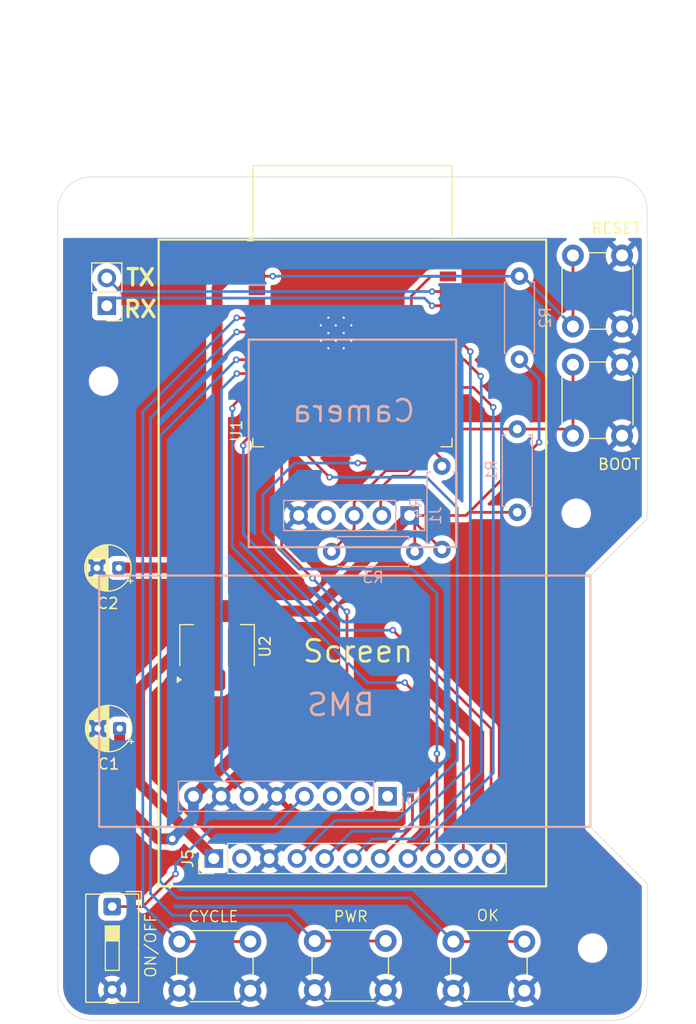
<source format=kicad_pcb>
(kicad_pcb (version 20241229) (generator "pcbnew") (generator_version "9.0")
  (title_block (title "IRview") (date "2025-07-24") (rev "2"))
  (layers (0 "F.Cu" signal) (2 "B.Cu" signal) (13 "F.Paste" user) (15 "B.Paste" user) (5 "F.SilkS" user "F.Silkscreen") (7 "B.SilkS" user "B.Silkscreen") (1 "F.Mask" user) (3 "B.Mask" user) (25 "Edge.Cuts" user))
  (net 0 "")
  (net 1 "GND")
  (net 2 "+3.3V")
  (net 3 "SCL")
  (net 4 "SDA")
  (net 6 "EN")
  (net 7 "LBO")
  (net 8 "+5V")
  (net 9 "Vs")
  (net 10 "USB")
  (net 11 "Bat")
  (net 12 "Net-(J4-Pin_1)")
  (net 13 "Net-(J4-Pin_2)")
  (net 14 "RST")
  (net 15 "CS")
  (net 16 "MOSI")
  (net 17 "MISO")
  (net 18 "D{slash}C")
  (net 19 "BL")
  (net 20 "SDCS")
  (net 21 "SCK")
  (net 23 "Net-(U1-IO0)")
  (net 24 "Net-(U1-EN)")
  (net 25 "BT1")
  (net 26 "BT2")
  (net 27 "BT3")
  (footprint "Button_Switch_THT:SW_DIP_SPSTx01_Slide_9.78x4.72mm_W7.62mm_P2.54mm" (layer "F.Cu") (at 73.2 118.1 -90)
    (property "Reference" "SW6" (hide yes))
    (property "Value" "SW_Push")
    (pad "1" thru_hole roundrect (at 0 0 270) (size 1.6 1.6) (drill 0.8) (layers "*.Cu" "*.Mask") (roundrect_rratio 0.15625) (net 6 "EN"))
    (pad "2" thru_hole circle (at 7.62 0 270) (size 1.6 1.6) (drill 0.8) (layers "*.Cu" "*.Mask") (net 1 "GND"))
  )
  (footprint "Connector_PinHeader_2.54mm:PinHeader_1x02_P2.54mm_Vertical" (layer "F.Cu") (at 72.7 63.1 180)
    (property "Reference" "J4" (hide yes))
    (property "Value" "Conn_01x02_Pin")
    (pad "1" thru_hole rect (at 0 0 180) (size 1.7 1.7) (drill 1) (layers "*.Cu" "*.Mask") (net 12 "Net-(J4-Pin_1)"))
    (pad "2" thru_hole circle (at 0 2.54 180) (size 1.7 1.7) (drill 1) (layers "*.Cu" "*.Mask") (net 13 "Net-(J4-Pin_2)"))
  )
  (footprint "Capacitor_THT:CP_Radial_D4.0mm_P2.00mm" (layer "F.Cu") (at 73.8726 101.8 180)
    (property "Reference" "C1" (at 1 -3.25 0) (layer "F.SilkS"))
    (property "Value" "10uf")
    (pad "1" thru_hole roundrect (at 0 0 180) (size 1.2 1.2) (drill 0.6) (layers "*.Cu" "*.Mask") (roundrect_rratio 0.208333) (net 8 "+5V"))
    (pad "2" thru_hole circle (at 2 0 180) (size 1.2 1.2) (drill 0.6) (layers "*.Cu" "*.Mask") (net 1 "GND"))
  )
  (footprint "Capacitor_THT:CP_Radial_D4.0mm_P2.00mm" (layer "F.Cu") (at 73.8 87.1 180)
    (property "Reference" "C2" (at 1 -3.25 0) (layer "F.SilkS"))
    (property "Value" "10uF")
    (pad "1" thru_hole roundrect (at 0 0 180) (size 1.2 1.2) (drill 0.6) (layers "*.Cu" "*.Mask") (roundrect_rratio 0.208333) (net 2 "+3.3V"))
    (pad "2" thru_hole circle (at 2 0 180) (size 1.2 1.2) (drill 0.6) (layers "*.Cu" "*.Mask") (net 1 "GND"))
  )
  (footprint "Button_Switch_THT:SW_PUSH_6mm" (layer "F.Cu") (at 104.45 121.3)
    (property "Reference" "SW1" (hide yes))
    (property "Value" "SW_Push")
    (pad "1" thru_hole circle (at 0 0 90) (size 2 2) (drill 1.1) (layers "*.Cu" "*.Mask") (net 25 "BT1"))
    (pad "1" thru_hole circle (at 6.5 0 90) (size 2 2) (drill 1.1) (layers "*.Cu" "*.Mask") (net 25 "BT1"))
    (pad "2" thru_hole circle (at 0 4.5 90) (size 2 2) (drill 1.1) (layers "*.Cu" "*.Mask") (net 1 "GND"))
    (pad "2" thru_hole circle (at 6.5 4.5 90) (size 2 2) (drill 1.1) (layers "*.Cu" "*.Mask") (net 1 "GND"))
  )
  (footprint "Button_Switch_THT:SW_PUSH_6mm" (layer "F.Cu") (at 91.75 121.25)
    (property "Reference" "SW2" (hide yes))
    (property "Value" "SW_Push")
    (pad "1" thru_hole circle (at 0 0 90) (size 2 2) (drill 1.1) (layers "*.Cu" "*.Mask") (net 26 "BT2"))
    (pad "1" thru_hole circle (at 6.5 0 90) (size 2 2) (drill 1.1) (layers "*.Cu" "*.Mask") (net 26 "BT2"))
    (pad "2" thru_hole circle (at 0 4.5 90) (size 2 2) (drill 1.1) (layers "*.Cu" "*.Mask") (net 1 "GND"))
    (pad "2" thru_hole circle (at 6.5 4.5 90) (size 2 2) (drill 1.1) (layers "*.Cu" "*.Mask") (net 1 "GND"))
  )
  (footprint "Button_Switch_THT:SW_PUSH_6mm" (layer "F.Cu") (at 79.35 121.3)
    (property "Reference" "SW3" (hide yes))
    (property "Value" "SW_Push")
    (pad "1" thru_hole circle (at 0 0 90) (size 2 2) (drill 1.1) (layers "*.Cu" "*.Mask") (net 27 "BT3"))
    (pad "1" thru_hole circle (at 6.5 0 90) (size 2 2) (drill 1.1) (layers "*.Cu" "*.Mask") (net 27 "BT3"))
    (pad "2" thru_hole circle (at 0 4.5 90) (size 2 2) (drill 1.1) (layers "*.Cu" "*.Mask") (net 1 "GND"))
    (pad "2" thru_hole circle (at 6.5 4.5 90) (size 2 2) (drill 1.1) (layers "*.Cu" "*.Mask") (net 1 "GND"))
  )
  (footprint "MountingHole:MountingHole_2.2mm_M2" (layer "F.Cu") (at 72.4 70)
    (property "Reference" "REF**" (hide yes))
    (property "Value" "MountingHole_2.2mm_M2")
    (pad "" np_thru_hole circle (at 0 0) (size 2.2 2.2) (drill 2.2) (layers "*.Cu" "*.Mask"))
  )
  (footprint "Package_TO_SOT_SMD:SOT-223-3_TabPin2" (layer "F.Cu") (at 82.8 94.2 90)
    (property "Reference" "U2" (at -0.1 4.4 90) (layer "F.SilkS"))
    (property "Value" "AMS1117-3.3")
    (pad "1" smd roundrect (at -3.15 -2.3 90) (size 2 1.5) (layers "F.Cu" "F.Mask" "F.Paste") (net 1 "GND"))
    (pad "2" smd roundrect (at -3.15 0 90) (size 2 1.5) (layers "F.Cu" "F.Mask" "F.Paste") (net 2 "+3.3V"))
    (pad "2" smd roundrect (at 3.15 0 90) (size 2 3.8) (layers "F.Cu" "F.Mask" "F.Paste") (net 2 "+3.3V"))
    (pad "3" smd roundrect (at -3.15 2.3 90) (size 2 1.5) (layers "F.Cu" "F.Mask" "F.Paste") (net 8 "+5V"))
  )
  (footprint "MountingHole:MountingHole_2.2mm_M2" (layer "F.Cu") (at 72.5 113.8)
    (property "Reference" "REF**" (hide yes))
    (property "Value" "MountingHole_2.2mm_M2")
    (pad "" np_thru_hole circle (at 0 0) (size 2.2 2.2) (drill 2.2) (layers "*.Cu" "*.Mask"))
  )
  (footprint "RF_Module:ESP32-WROOM-32D" (layer "F.Cu") (at 95.2 66.13)
    (property "Reference" "U1" (at -10.61 8.43 90) (layer "F.SilkS"))
    (property "Value" "ESP32-WROOM-32E-R2")
    (pad "1" smd rect (at -8.75 -8.25) (size 1.5 0.9) (layers "F.Cu" "F.Mask" "F.Paste") (net 1 "GND"))
    (pad "2" smd rect (at -8.75 -6.98) (size 1.5 0.9) (layers "F.Cu" "F.Mask" "F.Paste") (net 2 "+3.3V"))
    (pad "3" smd rect (at -8.75 -5.71) (size 1.5 0.9) (layers "F.Cu" "F.Mask" "F.Paste") (net 24 "Net-(U1-EN)"))
    (pad "4" smd rect (at -8.75 -4.44) (size 1.5 0.9) (layers "F.Cu" "F.Mask" "F.Paste"))
    (pad "5" smd rect (at -8.75 -3.17) (size 1.5 0.9) (layers "F.Cu" "F.Mask" "F.Paste"))
    (pad "6" smd rect (at -8.75 -1.9) (size 1.5 0.9) (layers "F.Cu" "F.Mask" "F.Paste") (net 27 "BT3"))
    (pad "7" smd rect (at -8.75 -0.63) (size 1.5 0.9) (layers "F.Cu" "F.Mask" "F.Paste") (net 26 "BT2"))
    (pad "8" smd rect (at -8.75 0.64) (size 1.5 0.9) (layers "F.Cu" "F.Mask" "F.Paste"))
    (pad "9" smd rect (at -8.75 1.91) (size 1.5 0.9) (layers "F.Cu" "F.Mask" "F.Paste") (net 25 "BT1"))
    (pad "10" smd rect (at -8.75 3.18) (size 1.5 0.9) (layers "F.Cu" "F.Mask" "F.Paste") (net 7 "LBO"))
    (pad "11" smd rect (at -8.75 4.45) (size 1.5 0.9) (layers "F.Cu" "F.Mask" "F.Paste") (net 20 "SDCS"))
    (pad "12" smd rect (at -8.75 5.72) (size 1.5 0.9) (layers "F.Cu" "F.Mask" "F.Paste"))
    (pad "13" smd rect (at -8.75 6.99) (size 1.5 0.9) (layers "F.Cu" "F.Mask" "F.Paste") (net 15 "CS"))
    (pad "14" smd rect (at -8.75 8.26) (size 1.5 0.9) (layers "F.Cu" "F.Mask" "F.Paste") (net 19 "BL"))
    (pad "15" smd rect (at -5.71 9.51 90) (size 1.5 0.9) (layers "F.Cu" "F.Mask" "F.Paste") (net 1 "GND"))
    (pad "16" smd rect (at -4.44 9.51 90) (size 1.5 0.9) (layers "F.Cu" "F.Mask" "F.Paste") (net 21 "SCK"))
    (pad "17" smd rect (at -3.17 9.51 90) (size 1.5 0.9) (layers "F.Cu" "F.Mask" "F.Paste"))
    (pad "18" smd rect (at -1.9 9.51 90) (size 1.5 0.9) (layers "F.Cu" "F.Mask" "F.Paste"))
    (pad "19" smd rect (at -0.63 9.51 90) (size 1.5 0.9) (layers "F.Cu" "F.Mask" "F.Paste"))
    (pad "20" smd rect (at 0.64 9.51 90) (size 1.5 0.9) (layers "F.Cu" "F.Mask" "F.Paste"))
    (pad "21" smd rect (at 1.91 9.51 90) (size 1.5 0.9) (layers "F.Cu" "F.Mask" "F.Paste"))
    (pad "22" smd rect (at 3.18 9.51 90) (size 1.5 0.9) (layers "F.Cu" "F.Mask" "F.Paste"))
    (pad "23" smd rect (at 4.45 9.51 90) (size 1.5 0.9) (layers "F.Cu" "F.Mask" "F.Paste") (net 18 "D{slash}C"))
    (pad "24" smd rect (at 5.72 9.51 90) (size 1.5 0.9) (layers "F.Cu" "F.Mask" "F.Paste"))
    (pad "25" smd rect (at 8.75 8.26) (size 1.5 0.9) (layers "F.Cu" "F.Mask" "F.Paste") (net 23 "Net-(U1-IO0)"))
    (pad "26" smd rect (at 8.75 6.99) (size 1.5 0.9) (layers "F.Cu" "F.Mask" "F.Paste"))
    (pad "27" smd rect (at 8.75 5.72) (size 1.5 0.9) (layers "F.Cu" "F.Mask" "F.Paste"))
    (pad "28" smd rect (at 8.75 4.45) (size 1.5 0.9) (layers "F.Cu" "F.Mask" "F.Paste") (net 14 "RST"))
    (pad "29" smd rect (at 8.75 3.18) (size 1.5 0.9) (layers "F.Cu" "F.Mask" "F.Paste"))
    (pad "30" smd rect (at 8.75 1.91) (size 1.5 0.9) (layers "F.Cu" "F.Mask" "F.Paste") (net 16 "MOSI"))
    (pad "31" smd rect (at 8.75 0.64) (size 1.5 0.9) (layers "F.Cu" "F.Mask" "F.Paste") (net 17 "MISO"))
    (pad "32" smd rect (at 8.75 -0.63) (size 1.5 0.9) (layers "F.Cu" "F.Mask" "F.Paste"))
    (pad "33" smd rect (at 8.75 -1.9) (size 1.5 0.9) (layers "F.Cu" "F.Mask" "F.Paste") (net 4 "SDA"))
    (pad "34" smd rect (at 8.75 -3.17) (size 1.5 0.9) (layers "F.Cu" "F.Mask" "F.Paste") (net 12 "Net-(J4-Pin_1)"))
    (pad "35" smd rect (at 8.75 -4.44) (size 1.5 0.9) (layers "F.Cu" "F.Mask" "F.Paste") (net 13 "Net-(J4-Pin_2)"))
    (pad "36" smd rect (at 8.75 -5.71) (size 1.5 0.9) (layers "F.Cu" "F.Mask" "F.Paste") (net 3 "SCL"))
    (pad "37" smd rect (at 8.75 -6.98) (size 1.5 0.9) (layers "F.Cu" "F.Mask" "F.Paste"))
    (pad "38" smd rect (at 8.75 -8.25) (size 1.5 0.9) (layers "F.Cu" "F.Mask" "F.Paste") (net 1 "GND"))
    (pad "39" smd rect (at -2.9 -1.93) (size 0.9 0.9) (layers "F.Cu" "F.Paste") (net 1 "GND"))
    (pad "39" thru_hole circle (at -2.9 -1.23) (size 0.6 0.6) (drill 0.2) (property pad_prop_heatsink) (layers "*.Cu" "F.Mask") (net 1 "GND"))
    (pad "39" smd rect (at -2.9 -0.53) (size 0.9 0.9) (layers "F.Cu" "F.Paste") (net 1 "GND"))
    (pad "39" thru_hole circle (at -2.9 0.17) (size 0.6 0.6) (drill 0.2) (property pad_prop_heatsink) (layers "*.Cu" "F.Mask") (net 1 "GND"))
    (pad "39" smd rect (at -2.9 0.87) (size 0.9 0.9) (layers "F.Cu" "F.Paste") (net 1 "GND"))
    (pad "39" thru_hole circle (at -2.2 -1.93) (size 0.6 0.6) (drill 0.2) (property pad_prop_heatsink) (layers "*.Cu" "F.Mask") (net 1 "GND"))
    (pad "39" thru_hole circle (at -2.2 -0.53) (size 0.6 0.6) (drill 0.2) (property pad_prop_heatsink) (layers "*.Cu" "F.Mask") (net 1 "GND"))
    (pad "39" thru_hole circle (at -2.2 0.87) (size 0.6 0.6) (drill 0.2) (property pad_prop_heatsink) (layers "*.Cu" "F.Mask") (net 1 "GND"))
    (pad "39" thru_hole circle (at -1.525 -1.23) (size 0.6 0.6) (drill 0.2) (property pad_prop_heatsink) (layers "*.Cu" "F.Mask") (net 1 "GND"))
    (pad "39" thru_hole circle (at -1.525 0.17) (size 0.6 0.6) (drill 0.2) (property pad_prop_heatsink) (layers "*.Cu" "F.Mask") (net 1 "GND"))
    (pad "39" smd rect (at -1.5 -1.93) (size 0.9 0.9) (layers "F.Cu" "F.Paste") (net 1 "GND"))
    (pad "39" smd rect (at -1.5 -0.53) (size 0.9 0.9) (layers "F.Cu" "F.Paste") (net 1 "GND"))
    (pad "39" smd rect (at -1.5 -0.53) (size 3.8 3.8) (property pad_prop_heatsink) (layers "F.Cu" "F.Mask") (net 1 "GND"))
    (pad "39" smd rect (at -1.5 0.87) (size 0.9 0.9) (layers "F.Cu" "F.Paste") (net 1 "GND"))
    (pad "39" thru_hole circle (at -0.8 -1.93) (size 0.6 0.6) (drill 0.2) (property pad_prop_heatsink) (layers "*.Cu" "F.Mask") (net 1 "GND"))
    (pad "39" thru_hole circle (at -0.8 -0.53) (size 0.6 0.6) (drill 0.2) (property pad_prop_heatsink) (layers "*.Cu" "F.Mask") (net 1 "GND"))
    (pad "39" thru_hole circle (at -0.8 0.87) (size 0.6 0.6) (drill 0.2) (property pad_prop_heatsink) (layers "*.Cu" "F.Mask") (net 1 "GND"))
    (pad "39" smd rect (at -0.1 -1.93) (size 0.9 0.9) (layers "F.Cu" "F.Paste") (net 1 "GND"))
    (pad "39" thru_hole circle (at -0.1 -1.23) (size 0.6 0.6) (drill 0.2) (property pad_prop_heatsink) (layers "*.Cu" "F.Mask") (net 1 "GND"))
    (pad "39" smd rect (at -0.1 -0.53) (size 0.9 0.9) (layers "F.Cu" "F.Paste") (net 1 "GND"))
    (pad "39" thru_hole circle (at -0.1 0.17) (size 0.6 0.6) (drill 0.2) (property pad_prop_heatsink) (layers "*.Cu" "F.Mask") (net 1 "GND"))
    (pad "39" smd rect (at -0.1 0.87) (size 0.9 0.9) (layers "F.Cu" "F.Paste") (net 1 "GND"))
    (zone (net 0) (net_name "") (layers "F.Cu" "B.Cu") (connect_pads (clearance 0)) (min_thickness 0.254)
      (keepout (tracks not_allowed) (vias not_allowed) (pads not_allowed) (copperpour not_allowed) (footprints not_allowed))
      (fill (thermal_gap 0.508) (thermal_bridge_width 0.508))
      (polygon (pts (xy 71.2 56.58) (xy 119.2 56.58) (xy 119.2 35.39) (xy 71.2 35.39)))
    )
  )
  (footprint "MountingHole:MountingHole_2.2mm_M2" (layer "F.Cu") (at 117.2 121.9)
    (property "Reference" "REF**" (hide yes))
    (property "Value" "MountingHole_2.2mm_M2")
    (pad "" np_thru_hole circle (at 0 0) (size 2.2 2.2) (drill 2.2) (layers "*.Cu" "*.Mask"))
  )
  (footprint "Button_Switch_THT:SW_PUSH_6mm_H4.3mm" (layer "F.Cu") (at 119.9 58.5 -90)
    (property "Reference" "SW5" (hide yes))
    (property "Value" "SW_Push")
    (pad "1" thru_hole circle (at 0 0) (size 2 2) (drill 1.1) (layers "*.Cu" "*.Mask") (net 1 "GND"))
    (pad "1" thru_hole circle (at 6.5 0) (size 2 2) (drill 1.1) (layers "*.Cu" "*.Mask") (net 1 "GND"))
    (pad "2" thru_hole circle (at 0 4.5) (size 2 2) (drill 1.1) (layers "*.Cu" "*.Mask") (net 24 "Net-(U1-EN)"))
    (pad "2" thru_hole circle (at 6.5 4.5) (size 2 2) (drill 1.1) (layers "*.Cu" "*.Mask") (net 24 "Net-(U1-EN)"))
  )
  (footprint "MountingHole:MountingHole_2.2mm_M2" (layer "F.Cu") (at 115.7 82.1)
    (property "Reference" "REF**" (hide yes))
    (property "Value" "MountingHole_2.2mm_M2")
    (pad "" np_thru_hole circle (at 0 0) (size 2.2 2.2) (drill 2.2) (layers "*.Cu" "*.Mask"))
  )
  (footprint "Connector_PinHeader_2.54mm:PinHeader_1x11_P2.54mm_Vertical" (layer "F.Cu") (at 82.5 113.7 90)
    (property "Reference" "J5" (at 0 -2.38 90) (layer "F.SilkS"))
    (property "Value" "Conn_01x11_Pin")
    (pad "1" thru_hole rect (at 0 0 90) (size 1.7 1.7) (drill 1) (layers "*.Cu" "*.Mask") (net 2 "+3.3V"))
    (pad "2" thru_hole circle (at 0 2.54 90) (size 1.7 1.7) (drill 1) (layers "*.Cu" "*.Mask"))
    (pad "3" thru_hole circle (at 0 5.08 90) (size 1.7 1.7) (drill 1) (layers "*.Cu" "*.Mask") (net 1 "GND"))
    (pad "4" thru_hole circle (at 0 7.62 90) (size 1.7 1.7) (drill 1) (layers "*.Cu" "*.Mask") (net 21 "SCK"))
    (pad "5" thru_hole circle (at 0 10.16 90) (size 1.7 1.7) (drill 1) (layers "*.Cu" "*.Mask") (net 17 "MISO"))
    (pad "6" thru_hole circle (at 0 12.7 90) (size 1.7 1.7) (drill 1) (layers "*.Cu" "*.Mask") (net 16 "MOSI"))
    (pad "7" thru_hole circle (at 0 15.24 90) (size 1.7 1.7) (drill 1) (layers "*.Cu" "*.Mask") (net 15 "CS"))
    (pad "8" thru_hole circle (at 0 17.78 90) (size 1.7 1.7) (drill 1) (layers "*.Cu" "*.Mask") (net 14 "RST"))
    (pad "9" thru_hole circle (at 0 20.32 90) (size 1.7 1.7) (drill 1) (layers "*.Cu" "*.Mask") (net 18 "D{slash}C"))
    (pad "10" thru_hole circle (at 0 22.86 90) (size 1.7 1.7) (drill 1) (layers "*.Cu" "*.Mask") (net 20 "SDCS"))
    (pad "11" thru_hole circle (at 0 25.4 90) (size 1.7 1.7) (drill 1) (layers "*.Cu" "*.Mask") (net 19 "BL"))
  )
  (footprint "Button_Switch_THT:SW_PUSH_6mm_H4.3mm" (layer "F.Cu") (at 115.4 75 90)
    (property "Reference" "SW4" (hide yes))
    (property "Value" "SW_Push")
    (pad "1" thru_hole circle (at 0 0 180) (size 2 2) (drill 1.1) (layers "*.Cu" "*.Mask") (net 23 "Net-(U1-IO0)"))
    (pad "1" thru_hole circle (at 6.5 0 180) (size 2 2) (drill 1.1) (layers "*.Cu" "*.Mask") (net 23 "Net-(U1-IO0)"))
    (pad "2" thru_hole circle (at 0 4.5 180) (size 2 2) (drill 1.1) (layers "*.Cu" "*.Mask") (net 1 "GND"))
    (pad "2" thru_hole circle (at 6.5 4.5 180) (size 2 2) (drill 1.1) (layers "*.Cu" "*.Mask") (net 1 "GND"))
  )
  (footprint "Resistor_THT:R_Axial_DIN0207_L6.3mm_D2.5mm_P7.62mm_Horizontal" (layer "B.Cu") (at 110.5 68.01 90)
    (property "Reference" "R2" (at 3.81 2.37 90) (layer "B.SilkS") (effects (justify mirror)))
    (property "Value" "10k")
    (pad "1" thru_hole circle (at 0 0 90) (size 1.6 1.6) (drill 0.8) (layers "*.Cu" "*.Mask") (net 2 "+3.3V"))
    (pad "2" thru_hole circle (at 7.62 0 90) (size 1.6 1.6) (drill 0.8) (layers "*.Cu" "*.Mask") (net 24 "Net-(U1-EN)"))
  )
  (footprint "Resistor_THT:R_Axial_DIN0207_L6.3mm_D2.5mm_P7.62mm_Horizontal" (layer "B.Cu") (at 110.3 74.39 -90)
    (property "Reference" "R1" (at 3.81 2.37 90) (layer "B.SilkS") (effects (justify mirror)))
    (property "Value" "10k")
    (pad "1" thru_hole circle (at 0 0 270) (size 1.6 1.6) (drill 0.8) (layers "*.Cu" "*.Mask") (net 23 "Net-(U1-IO0)"))
    (pad "2" thru_hole circle (at 7.62 0 270) (size 1.6 1.6) (drill 0.8) (layers "*.Cu" "*.Mask") (net 2 "+3.3V"))
  )
  (footprint "Resistor_THT:R_Axial_DIN0207_L6.3mm_D2.5mm_P7.62mm_Horizontal" (layer "B.Cu") (at 103.4 77.79 -90)
    (property "Reference" "R4" (at 3.81 2.37 90) (layer "B.SilkS") (effects (justify mirror)))
    (property "Value" "4.7k")
    (pad "1" thru_hole circle (at 0 0 270) (size 1.6 1.6) (drill 0.8) (layers "*.Cu" "*.Mask") (net 4 "SDA"))
    (pad "2" thru_hole circle (at 7.62 0 270) (size 1.6 1.6) (drill 0.8) (layers "*.Cu" "*.Mask") (net 2 "+3.3V"))
  )
  (footprint "Connector_PinHeader_2.54mm:PinHeader_1x05_P2.54mm_Vertical" (layer "B.Cu") (at 100.44 82.3 90)
    (property "Reference" "J1" (at 0 2.38 90) (layer "B.SilkS") (effects (justify mirror)))
    (property "Value" "Conn_01x05_Pin")
    (pad "1" thru_hole rect (at 0 0 90) (size 1.7 1.7) (drill 1) (layers "*.Cu" "*.Mask") (net 2 "+3.3V"))
    (pad "2" thru_hole circle (at 0 -2.54 90) (size 1.7 1.7) (drill 1) (layers "*.Cu" "*.Mask") (net 4 "SDA"))
    (pad "3" thru_hole circle (at 0 -5.08 90) (size 1.7 1.7) (drill 1) (layers "*.Cu" "*.Mask") (net 3 "SCL"))
    (pad "4" thru_hole circle (at 0 -7.62 90) (size 1.7 1.7) (drill 1) (layers "*.Cu" "*.Mask"))
    (pad "5" thru_hole circle (at 0 -10.16 90) (size 1.7 1.7) (drill 1) (layers "*.Cu" "*.Mask") (net 1 "GND"))
  )
  (footprint "Connector_PinHeader_2.54mm:PinHeader_1x08_P2.54mm_Vertical" (layer "B.Cu") (at 98.42 108 90)
    (property "Reference" "J2" (at 0 2.38 90) (layer "B.SilkS") (effects (justify mirror)))
    (property "Value" "Conn_01x08_Pin")
    (pad "1" thru_hole rect (at 0 0 90) (size 1.7 1.7) (drill 1) (layers "*.Cu" "*.Mask") (net 10 "USB"))
    (pad "2" thru_hole circle (at 0 -2.54 90) (size 1.7 1.7) (drill 1) (layers "*.Cu" "*.Mask") (net 11 "Bat"))
    (pad "3" thru_hole circle (at 0 -5.08 90) (size 1.7 1.7) (drill 1) (layers "*.Cu" "*.Mask") (net 9 "Vs"))
    (pad "4" thru_hole circle (at 0 -7.62 90) (size 1.7 1.7) (drill 1) (layers "*.Cu" "*.Mask") (net 6 "EN"))
    (pad "5" thru_hole circle (at 0 -10.16 90) (size 1.7 1.7) (drill 1) (layers "*.Cu" "*.Mask") (net 1 "GND"))
    (pad "6" thru_hole circle (at 0 -12.7 90) (size 1.7 1.7) (drill 1) (layers "*.Cu" "*.Mask") (net 7 "LBO"))
    (pad "7" thru_hole circle (at 0 -15.24 90) (size 1.7 1.7) (drill 1) (layers "*.Cu" "*.Mask") (net 1 "GND"))
    (pad "8" thru_hole circle (at 0 -17.78 90) (size 1.7 1.7) (drill 1) (layers "*.Cu" "*.Mask") (net 8 "+5V"))
  )
  (footprint "Resistor_THT:R_Axial_DIN0207_L6.3mm_D2.5mm_P7.62mm_Horizontal" (layer "B.Cu") (at 93.29 85.6)
    (property "Reference" "R3" (at 3.81 2.37 0) (layer "B.SilkS") (effects (justify mirror)))
    (property "Value" "4.7k")
    (pad "1" thru_hole circle (at 0 0) (size 1.6 1.6) (drill 0.8) (layers "*.Cu" "*.Mask") (net 3 "SCL"))
    (pad "2" thru_hole circle (at 7.62 0) (size 1.6 1.6) (drill 0.8) (layers "*.Cu" "*.Mask") (net 2 "+3.3V"))
  )
  (gr_rect (start 77.45 57.05) (end 112.95 116.25) (stroke (width 0.2)) (fill no) (layer "F.SilkS"))
  (gr_rect (start 85.7 66.2) (end 104.7 85.2) (stroke (width 0.2)) (fill no) (layer "B.SilkS"))
  (gr_rect (start 72 87.8) (end 117 110.8) (stroke (width 0.2)) (fill no) (layer "B.SilkS"))
  (gr_line (start 119.1 128.5) (end 71.3 128.5) (stroke (width 0.05)) (layer "Edge.Cuts"))
  (gr_arc (start 68.2 54.4) (mid 69.107969 52.207969) (end 71.3 51.3) (stroke (width 0.05)) (layer "Edge.Cuts"))
  (gr_line (start 117 87.8) (end 122.2 82.6) (stroke (width 0.05)) (layer "Edge.Cuts"))
  (gr_line (start 68.2 125.4) (end 68.2 54.4) (stroke (width 0.05)) (layer "Edge.Cuts"))
  (gr_line (start 117 110.8) (end 117 87.8) (stroke (width 0.05)) (layer "Edge.Cuts"))
  (gr_line (start 71.3 51.3) (end 119.1 51.3) (stroke (width 0.05)) (layer "Edge.Cuts"))
  (gr_arc (start 122.2 125.4) (mid 121.292031 127.592031) (end 119.1 128.5) (stroke (width 0.05)) (layer "Edge.Cuts"))
  (gr_line (start 122.2 82.6) (end 122.2 78.8) (stroke (width 0.05)) (layer "Edge.Cuts"))
  (gr_arc (start 119.1 51.3) (mid 121.292031 52.207969) (end 122.2 54.4) (stroke (width 0.05)) (layer "Edge.Cuts"))
  (gr_line (start 122.2 116) (end 122.2 125.4) (stroke (width 0.05)) (layer "Edge.Cuts"))
  (gr_line (start 117 110.8) (end 122.2 116) (stroke (width 0.05)) (layer "Edge.Cuts"))
  (gr_line (start 122.2 54.4) (end 122.2 78.8) (stroke (width 0.05)) (layer "Edge.Cuts"))
  (gr_arc (start 71.3 128.5) (mid 69.107969 127.592031) (end 68.2 125.4) (stroke (width 0.05)) (layer "Edge.Cuts"))
  (gr_text "Screen" (at 90.5 95.9 0) (layer "F.SilkS") (effects (font (size 2 2) (thickness 0.25)) (justify left bottom)))
  (gr_text "PWR" (at 93.4 119.6 0) (layer "F.SilkS") (effects (font (size 1 1) (thickness 0.125)) (justify left bottom)))
  (gr_text "ON/OFF" (at 77.3 124.7 90) (layer "F.SilkS") (effects (font (size 1 1) (thickness 0.125)) (justify left bottom)))
  (gr_text "RX" (at 74.1 64.3 0) (layer "F.SilkS") (effects (font (size 1.5 1.5) (thickness 0.3) (bold yes)) (justify left bottom)))
  (gr_text "OK" (at 106.5 119.5 0) (layer "F.SilkS") (effects (font (size 1 1) (thickness 0.125)) (justify left bottom)))
  (gr_text "CYCLE" (at 80.1 119.6 0) (layer "F.SilkS") (effects (font (size 1 1) (thickness 0.125)) (justify left bottom)))
  (gr_text "TX" (at 74.3 61.4 0) (layer "F.SilkS") (effects (font (size 1.5 1.5) (thickness 0.3) (bold yes)) (justify left bottom)))
  (gr_text "BOOT" (at 117.6 78.2 0) (layer "F.SilkS") (effects (font (size 1 1)) (justify left bottom)))
  (gr_text "RESET" (at 117 56.6 0) (layer "F.SilkS") (effects (font (size 1 1)) (justify left bottom)))
  (gr_text "BMS" (at 97.4 100.8 -0) (layer "B.SilkS") (effects (font (size 2 2) (thickness 0.25)) (justify left bottom mirror)))
  (gr_text "Camera" (at 101.1 73.9 -0) (layer "B.SilkS") (effects (font (size 2 2) (thickness 0.25)) (justify left bottom mirror)))
  (segment (start 85.118 59.15) (end 86.45 59.15) (width 1) (layer "F.Cu") (net 2))
  (segment (start 100.91 85.6) (end 100.91 82.77) (width 0.25) (layer "F.Cu") (net 2))
  (segment (start 77.1 96.75) (end 77.1 96.8726) (width 1) (layer "F.Cu") (net 2))
  (segment (start 110.3 82.01) (end 105.89 82.01) (width 0.25) (layer "F.Cu") (net 2))
  (segment (start 105.6 82.3) (end 105.65 82.25) (width 0.25) (layer "F.Cu") (net 2))
  (segment (start 82.8 91.05) (end 82.8 88.9) (width 1) (layer "F.Cu") (net 2))
  (segment (start 75.7 98.15) (end 77.1 96.75) (width 1) (layer "F.Cu") (net 2))
  (segment (start 97.84 84.9) (end 100.44 82.3) (width 0.25) (layer "F.Cu") (net 2))
  (segment (start 104.9 82.3) (end 105.6 82.3) (width 0.25) (layer "F.Cu") (net 2))
  (segment (start 100.44 82.45) (end 103.4 85.41) (width 0.25) (layer "F.Cu") (net 2))
  (segment (start 91.69 91.05) (end 100.44 82.3) (width 1) (layer "F.Cu") (net 2))
  (segment (start 82.8 61.468) (end 85.118 59.15) (width 1) (layer "F.Cu") (net 2))
  (segment (start 100.44 82.3) (end 104.9 82.3) (width 0.25) (layer "F.Cu") (net 2))
  (segment (start 105.89 82.01) (end 105.65 82.25) (width 0.25) (layer "F.Cu") (net 2))
  (segment (start 73.8 87.1) (end 81 87.1) (width 1) (layer "F.Cu") (net 2))
  (segment (start 82.8 91.05) (end 82.8 97.35) (width 1) (layer "F.Cu") (net 2))
  (segment (start 75.7 106.8) (end 75.7 98.15) (width 1) (layer "F.Cu") (net 2))
  (segment (start 77.1 96.75) (end 82.8 91.05) (width 1) (layer "F.Cu") (net 2))
  (segment (start 81 87.1) (end 82.8 88.9) (width 1) (layer "F.Cu") (net 2))
  (segment (start 82.5 113.6) (end 75.7 106.8) (width 1) (layer "F.Cu") (net 2))
  (segment (start 100.44 82.3) (end 100.44 82.45) (width 0.25) (layer "F.Cu") (net 2))
  (segment (start 82.8 91.05) (end 91.69 91.05) (width 1) (layer "F.Cu") (net 2))
  (segment (start 82.8 88.9) (end 82.8 61.468) (width 1) (layer "F.Cu") (net 2))
  (segment (start 82.5 113.7) (end 82.5 113.6) (width 1) (layer "F.Cu") (net 2))
  (segment (start 100.91 82.77) (end 100.44 82.3) (width 0.25) (layer "F.Cu") (net 2))
  (segment (start 105.65 82.25) (end 112.3 75.6) (width 0.25) (layer "F.Cu") (net 2))
  (via (at 112.3 75.6) (size 0.6) (drill 0.3) (layers "F.Cu" "B.Cu") (net 2))
  (segment (start 112.3 69.81) (end 110.5 68.01) (width 0.25) (layer "B.Cu") (net 2))
  (segment (start 112.2 75.5) (end 112.3 75.6) (width 0.25) (layer "B.Cu") (net 2))
  (segment (start 112.3 75.6) (end 112.3 69.81) (width 0.25) (layer "B.Cu") (net 2))
  (segment (start 95.36 83.53) (end 93.29 85.6) (width 0.25) (layer "F.Cu") (net 3))
  (segment (start 102.2 73.7) (end 102.2 76.212) (width 0.25) (layer "F.Cu") (net 3))
  (segment (start 100.6 62.2) (end 100.6 72.1) (width 0.25) (layer "F.Cu") (net 3))
  (segment (start 100.6 72.1) (end 102.2 73.7) (width 0.25) (layer "F.Cu") (net 3))
  (segment (start 95.36 82.3) (end 95.36 83.53) (width 0.25) (layer "F.Cu") (net 3))
  (segment (start 102.2 76.212) (end 100.212 78.2) (width 0.25) (layer "F.Cu") (net 3))
  (segment (start 100.6 62.2) (end 102.38 60.42) (width 0.25) (layer "F.Cu") (net 3))
  (segment (start 95.36 81.097919) (end 95.36 82.3) (width 0.25) (layer "F.Cu") (net 3))
  (segment (start 102.38 60.42) (end 103.95 60.42) (width 0.25) (layer "F.Cu") (net 3))
  (segment (start 98.257919 78.2) (end 95.36 81.097919) (width 0.25) (layer "F.Cu") (net 3))
  (segment (start 100.212 78.2) (end 98.257919 78.2) (width 0.25) (layer "F.Cu") (net 3))
  (segment (start 97.79 79.8) (end 98.89 78.7) (width 0.25) (layer "F.Cu") (net 4))
  (segment (start 100.34981 78.7) (end 102.651 76.39881) (width 0.25) (layer "F.Cu") (net 4))
  (segment (start 102.651 64.947) (end 103.368 64.23) (width 0.25) (layer "F.Cu") (net 4))
  (segment (start 102.651 76.39881) (end 102.651 64.947) (width 0.25) (layer "F.Cu") (net 4))
  (segment (start 103.4 77.14781) (end 102.651 76.39881) (width 0.25) (layer "F.Cu") (net 4))
  (segment (start 98.89 78.7) (end 100.34981 78.7) (width 0.25) (layer "F.Cu") (net 4))
  (segment (start 103.4 77.79) (end 103.4 77.14781) (width 0.25) (layer "F.Cu") (net 4))
  (segment (start 97.79 79.8) (end 97.79 82.19) (width 0.25) (layer "F.Cu") (net 4))
  (segment (start 79 115.1) (end 76 118.1) (width 0.25) (layer "F.Cu") (net 6))
  (segment (start 76 118.1) (end 73.2 118.1) (width 0.25) (layer "F.Cu") (net 6))
  (via (at 79 115.1) (size 0.6) (drill 0.3) (layers "F.Cu" "B.Cu") (net 6))
  (segment (start 79 114.2) (end 82.4 110.8) (width 0.25) (layer "B.Cu") (net 6))
  (segment (start 79 115.1) (end 79 114.2) (width 0.25) (layer "B.Cu") (net 6))
  (segment (start 82.4 110.8) (end 88 110.8) (width 0.25) (layer "B.Cu") (net 6))
  (segment (start 88 110.8) (end 90.8 108) (width 0.25) (layer "B.Cu") (net 6))
  (segment (start 84.61 69.31) (end 86.45 69.31) (width 0.25) (layer "F.Cu") (net 7))
  (via (at 84.61 69.31) (size 0.6) (drill 0.3) (layers "F.Cu" "B.Cu") (net 7))
  (segment (start 83.2 105.48) (end 85.72 108) (width 0.25) (layer "B.Cu") (net 7))
  (segment (start 83.2 70.72) (end 83.2 105.48) (width 0.25) (layer "B.Cu") (net 7))
  (segment (start 84.61 69.31) (end 83.2 70.72) (width 0.25) (layer "B.Cu") (net 7))
  (segment (start 77.4 111.9) (end 73.8726 108.3726) (width 1) (layer "F.Cu") (net 8))
  (segment (start 85.1 97.35) (end 85.1 99.3726) (width 1) (layer "F.Cu") (net 8))
  (segment (start 80.64 108) (end 85.1 103.54) (width 1) (layer "F.Cu") (net 8))
  (segment (start 73.8726 108.3726) (end 73.8726 101.8) (width 1) (layer "F.Cu") (net 8))
  (segment (start 78.7 111.9) (end 77.4 111.9) (width 1) (layer "F.Cu") (net 8))
  (segment (start 85.1 103.54) (end 85.1 97.35) (width 1) (layer "F.Cu") (net 8))
  (via (at 78.7 111.9) (size 1.2) (drill 0.6) (layers "F.Cu" "B.Cu") (net 8))
  (segment (start 80.64 109.96) (end 80.64 108) (width 1) (layer "B.Cu") (net 8))
  (segment (start 78.7 111.9) (end 80.64 109.96) (width 1) (layer "B.Cu") (net 8))
  (segment (start 102.5 63.1) (end 103.81 63.1) (width 0.25) (layer "F.Cu") (net 12))
  (via (at 102.5 63.1) (size 0.6) (drill 0.3) (layers "F.Cu" "B.Cu") (net 12))
  (segment (start 73.4 62.4) (end 101.8 62.4) (width 0.25) (layer "B.Cu") (net 12))
  (segment (start 101.8 62.4) (end 102.5 63.1) (width 0.25) (layer "B.Cu") (net 12))
  (segment (start 102.5 61.8) (end 103.84 61.8) (width 0.25) (layer "F.Cu") (net 13))
  (via (at 102.5 61.8) (size 0.6) (drill 0.3) (layers "F.Cu" "B.Cu") (net 13))
  (segment (start 72.7 60.56) (end 73.94 61.8) (width 0.25) (layer "B.Cu") (net 13))
  (segment (start 73.94 61.8) (end 102.5 61.8) (width 0.25) (layer "B.Cu") (net 13))
  (segment (start 106.28 70.58) (end 108.1 72.4) (width 0.25) (layer "F.Cu") (net 14))
  (segment (start 103.95 70.58) (end 106.28 70.58) (width 0.25) (layer "F.Cu") (net 14))
  (via (at 108.1 72.4) (size 0.6) (drill 0.3) (layers "F.Cu" "B.Cu") (net 14))
  (segment (start 108.1 105.88) (end 100.28 113.7) (width 0.25) (layer "B.Cu") (net 14))
  (segment (start 108.1 72.4) (end 108.1 105.88) (width 0.25) (layer "B.Cu") (net 14))
  (segment (start 94.7 91.1) (end 94.7 98.1) (width 0.25) (layer "F.Cu") (net 15))
  (segment (start 100.7 104.1) (end 100.7 110.74) (width 0.25) (layer "F.Cu") (net 15))
  (segment (start 94.7 98.1) (end 100.7 104.1) (width 0.25) (layer "F.Cu") (net 15))
  (segment (start 100.7 110.74) (end 97.74 113.7) (width 0.25) (layer "F.Cu") (net 15))
  (segment (start 88.714 85.214) (end 88.714 74.802) (width 0.25) (layer "F.Cu") (net 15))
  (segment (start 91.55 88.05) (end 88.714 85.214) (width 0.25) (layer "F.Cu") (net 15))
  (segment (start 88.714 74.802) (end 87.032 73.12) (width 0.25) (layer "F.Cu") (net 15))
  (via (at 91.55 88.05) (size 0.6) (drill 0.3) (layers "F.Cu" "B.Cu") (net 15))
  (via (at 94.7 91.1) (size 0.6) (drill 0.3) (layers "F.Cu" "B.Cu") (net 15))
  (segment (start 94.6 91.1) (end 94.7 91.1) (width 0.25) (layer "B.Cu") (net 15))
  (segment (start 91.55 88.05) (end 94.6 91.1) (width 0.25) (layer "B.Cu") (net 15))
  (segment (start 106.95 69.55) (end 105.44 68.04) (width 0.25) (layer "F.Cu") (net 16))
  (segment (start 105.44 68.04) (end 103.95 68.04) (width 0.25) (layer "F.Cu") (net 16))
  (via (at 106.95 69.55) (size 0.6) (drill 0.3) (layers "F.Cu" "B.Cu") (net 16))
  (segment (start 107 69.6) (end 106.95 69.55) (width 0.25) (layer "B.Cu") (net 16))
  (segment (start 97 111.9) (end 100.9 111.9) (width 0.25) (layer "B.Cu") (net 16))
  (segment (start 100.9 111.9) (end 107 105.8) (width 0.25) (layer "B.Cu") (net 16))
  (segment (start 95.2 113.7) (end 97 111.9) (width 0.25) (layer "B.Cu") (net 16))
  (segment (start 107 105.8) (end 107 69.6) (width 0.25) (layer "B.Cu") (net 16))
  (segment (start 105.47 66.77) (end 106 67.3) (width 0.25) (layer "F.Cu") (net 17))
  (segment (start 103.95 66.77) (end 105.47 66.77) (width 0.25) (layer "F.Cu") (net 17))
  (via (at 106 67.3) (size 0.6) (drill 0.3) (layers "F.Cu" "B.Cu") (net 17))
  (segment (start 99.9 111.2) (end 95.16 111.2) (width 0.25) (layer "B.Cu") (net 17))
  (segment (start 106 67.3) (end 106 105.1) (width 0.25) (layer "B.Cu") (net 17))
  (segment (start 95.16 111.2) (end 92.66 113.7) (width 0.25) (layer "B.Cu") (net 17))
  (segment (start 106 105.1) (end 99.9 111.2) (width 0.25) (layer "B.Cu") (net 17))
  (segment (start 102.9375 104.1) (end 102.9375 113.5825) (width 0.25) (layer "F.Cu") (net 18))
  (segment (start 95.7 77.5) (end 99.3 77.5) (width 0.25) (layer "F.Cu") (net 18))
  (segment (start 99.3 77.5) (end 99.65 77.15) (width 0.25) (layer "F.Cu") (net 18))
  (segment (start 99.65 77.15) (end 99.65 75.64) (width 0.25) (layer "F.Cu") (net 18))
  (via (at 102.9375 104.1) (size 0.6) (drill 0.3) (layers "F.Cu" "B.Cu") (net 18))
  (via (at 95.7 77.5) (size 0.6) (drill 0.3) (layers "F.Cu" "B.Cu") (net 18))
  (segment (start 102.9375 104.1) (end 102.9375 89.4375) (width 0.25) (layer "B.Cu") (net 18))
  (segment (start 87 80.4) (end 89.9 77.5) (width 0.25) (layer "B.Cu") (net 18))
  (segment (start 90.3 87.2) (end 87 83.9) (width 0.25) (layer "B.Cu") (net 18))
  (segment (start 102.9375 89.4375) (end 100.7 87.2) (width 0.25) (layer "B.Cu") (net 18))
  (segment (start 89.9 77.5) (end 95.7 77.5) (width 0.25) (layer "B.Cu") (net 18))
  (segment (start 100.7 87.2) (end 90.3 87.2) (width 0.25) (layer "B.Cu") (net 18))
  (segment (start 87 83.9) (end 87 80.4) (width 0.25) (layer "B.Cu") (net 18))
  (segment (start 98.9 92.8) (end 107.9 101.8) (width 0.25) (layer "F.Cu") (net 19))
  (segment (start 85.2 75.9) (end 85.2 75.64) (width 0.25) (layer "F.Cu") (net 19))
  (segment (start 107.9 101.8) (end 107.9 113.7) (width 0.25) (layer "F.Cu") (net 19))
  (segment (start 85.2 75.64) (end 86.45 74.39) (width 0.25) (layer "F.Cu") (net 19))
  (via (at 98.9 92.8) (size 0.6) (drill 0.3) (layers "F.Cu" "B.Cu") (net 19))
  (via (at 85.2 75.9) (size 0.6) (drill 0.3) (layers "F.Cu" "B.Cu") (net 19))
  (segment (start 85.2 84) (end 85.2 75.9) (width 0.25) (layer "B.Cu") (net 19))
  (segment (start 94 92.8) (end 85.2 84) (width 0.25) (layer "B.Cu") (net 19))
  (segment (start 98.9 92.8) (end 94 92.8) (width 0.25) (layer "B.Cu") (net 19))
  (segment (start 105.36 102.96) (end 100 97.6) (width 0.25) (layer "F.Cu") (net 20))
  (segment (start 105.36 113.7) (end 105.36 102.96) (width 0.25) (layer "F.Cu") (net 20))
  (segment (start 84.2 72.5) (end 84.2 72.3) (width 0.25) (layer "F.Cu") (net 20))
  (segment (start 84.2 72.3) (end 85.92 70.58) (width 0.25) (layer "F.Cu") (net 20))
  (via (at 100 97.6) (size 0.6) (drill 0.3) (layers "F.Cu" "B.Cu") (net 20))
  (via (at 84.2 72.5) (size 0.6) (drill 0.3) (layers "F.Cu" "B.Cu") (net 20))
  (segment (start 84.2 85.2) (end 84.2 72.5) (width 0.25) (layer "B.Cu") (net 20))
  (segment (start 100 97.6) (end 96.6 97.6) (width 0.25) (layer "B.Cu") (net 20))
  (segment (start 96.6 97.6) (end 84.2 85.2) (width 0.25) (layer "B.Cu") (net 20))
  (segment (start 90.76 76.46) (end 90.76 75.64) (width 0.25) (layer "F.Cu") (net 21))
  (segment (start 93.1 78.8) (end 90.76 76.46) (width 0.25) (layer "F.Cu") (net 21))
  (via (at 93.1 78.8) (size 0.6) (drill 0.3) (layers "F.Cu" "B.Cu") (net 21))
  (segment (start 102 78.8) (end 104.8 81.6) (width 0.25) (layer "B.Cu") (net 21))
  (segment (start 99.3 110.2) (end 93.62 110.2) (width 0.25) (layer "B.Cu") (net 21))
  (segment (start 93.62 110.2) (end 90.12 113.7) (width 0.25) (layer "B.Cu") (net 21))
  (segment (start 104.8 104.7) (end 99.3 110.2) (width 0.25) (layer "B.Cu") (net 21))
  (segment (start 104.8 81.6) (end 104.8 104.7) (width 0.25) (layer "B.Cu") (net 21))
  (segment (start 93.1 78.8) (end 102 78.8) (width 0.25) (layer "B.Cu") (net 21))
  (segment (start 115.4 75) (end 115.4 68.5) (width 0.25) (layer "F.Cu") (net 23))
  (segment (start 103.95 74.39) (end 110.8 74.39) (width 0.25) (layer "F.Cu") (net 23))
  (segment (start 110.8 74.39) (end 114.79 74.39) (width 0.25) (layer "F.Cu") (net 23))
  (segment (start 115.4 65) (end 115.4 58.5) (width 0.25) (layer "F.Cu") (net 24))
  (segment (start 87.9 60.4) (end 86.47 60.4) (width 0.25) (layer "F.Cu") (net 24))
  (via (at 87.9 60.4) (size 0.6) (drill 0.3) (layers "F.Cu" "B.Cu") (net 24))
  (segment (start 115.4 65) (end 110.8 60.4) (width 0.25) (layer "B.Cu") (net 24))
  (segment (start 110.8 60.4) (end 87.9 60.4) (width 0.25) (layer "B.Cu") (net 24))
  (segment (start 104.45 121.3) (end 110.95 121.3) (width 0.25) (layer "F.Cu") (net 25))
  (segment (start 84.56 68.04) (end 86.45 68.04) (width 0.25) (layer "F.Cu") (net 25))
  (via (at 84.56 68.04) (size 0.6) (drill 0.3) (layers "F.Cu" "B.Cu") (net 25))
  (segment (start 100.45 117.3) (end 104.45 121.3) (width 0.25) (layer "B.Cu") (net 25))
  (segment (start 77.574 75.026) (end 77.574 115.774) (width 0.25) (layer "B.Cu") (net 25))
  (segment (start 79.1 117.3) (end 100.45 117.3) (width 0.25) (layer "B.Cu") (net 25))
  (segment (start 84.56 68.04) (end 77.574 75.026) (width 0.25) (layer "B.Cu") (net 25))
  (segment (start 77.574 115.774) (end 79.1 117.3) (width 0.25) (layer "B.Cu") (net 25))
  (segment (start 91.75 121.25) (end 98.25 121.25) (width 0.25) (layer "F.Cu") (net 26))
  (segment (start 86.45 65.5) (end 84.6 65.5) (width 0.25) (layer "F.Cu") (net 26))
  (via (at 84.6 65.5) (size 0.6) (drill 0.3) (layers "F.Cu" "B.Cu") (net 26))
  (segment (start 76.7 116.9) (end 78.7 118.9) (width 0.25) (layer "B.Cu") (net 26))
  (segment (start 84.6 65.5) (end 76.7 73.4) (width 0.25) (layer "B.Cu") (net 26))
  (segment (start 78.7 118.9) (end 89.4 118.9) (width 0.25) (layer "B.Cu") (net 26))
  (segment (start 89.4 118.9) (end 91.75 121.25) (width 0.25) (layer "B.Cu") (net 26))
  (segment (start 76.7 73.4) (end 76.7 116.9) (width 0.25) (layer "B.Cu") (net 26))
  (segment (start 86.45 64.23) (end 84.63 64.23) (width 0.25) (layer "F.Cu") (net 27))
  (segment (start 84.63 64.23) (end 84.6 64.2) (width 0.25) (layer "F.Cu") (net 27))
  (segment (start 79.35 121.3) (end 85.85 121.3) (width 0.25) (layer "F.Cu") (net 27))
  (via (at 84.6 64.2) (size 0.6) (drill 0.3) (layers "F.Cu" "B.Cu") (net 27))
  (segment (start 84.6 64.2) (end 76 72.8) (width 0.25) (layer "B.Cu") (net 27))
  (segment (start 76 117.95) (end 79.35 121.3) (width 0.25) (layer "B.Cu") (net 27))
  (segment (start 76 72.8) (end 76 117.95) (width 0.25) (layer "B.Cu") (net 27))
  (zone (net 1) (net_name "GND") (layers "F.Cu" "B.Cu") (connect_pads (clearance 0.5)) (min_thickness 0.25) (fill yes (thermal_gap 0.5) (thermal_bridge_width 0.5))
    (polygon (pts (xy 122.2 128.5) (xy 122.2 56.9) (xy 68.2 56.9) (xy 68.2 128.5)))
  )
)
</source>
